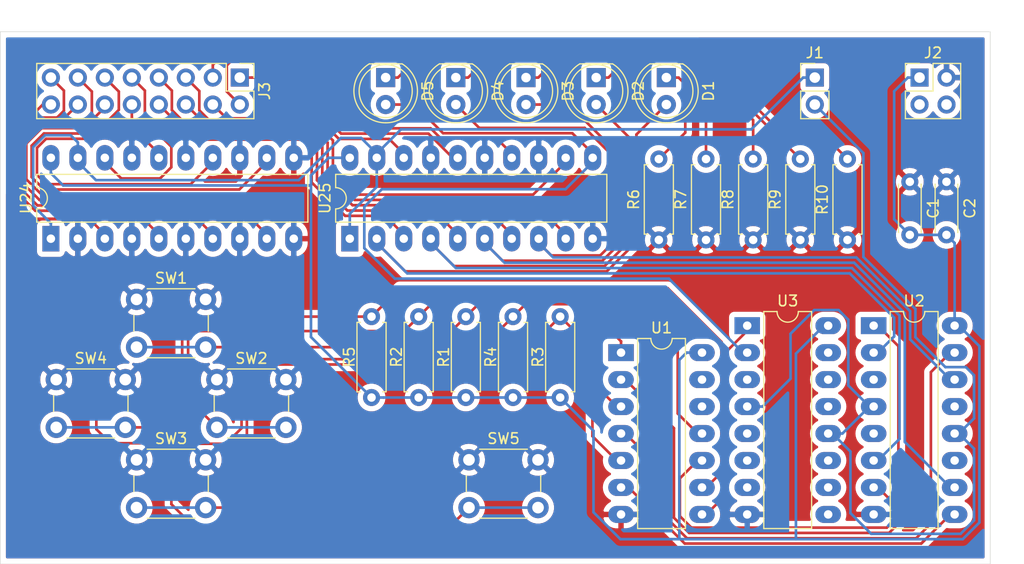
<source format=kicad_pcb>
(kicad_pcb (version 20171130) (host pcbnew "(5.1.4)-1")
  (layers (0 F.Cu signal) (31 B.Cu signal) (34 B.Paste user) (35 F.Paste user) (36 B.SilkS user) (37 F.SilkS user) (38 B.Mask user) (39 F.Mask user) (44 Edge.Cuts user))
  (net 0 "")
  (net 1 VCC)
  (net 2 GND)
  (net 3 /BUTTONS/D0)
  (net 4 "Net-(D1-Pad1)")
  (net 5 /BUTTONS/D1)
  (net 6 "Net-(D2-Pad1)")
  (net 7 /BUTTONS/D2)
  (net 8 "Net-(D3-Pad1)")
  (net 9 /BUTTONS/D3)
  (net 10 "Net-(D4-Pad1)")
  (net 11 /BUTTONS/D4)
  (net 12 "Net-(D5-Pad1)")
  (net 13 /BUTTONS/Clear)
  (net 14 /BUTTONS/~EO~)
  (net 15 "/CONN PWR/~CLK~")
  (net 16 "/CONN PWR/CLK")
  (net 17 "/CONN BUS/D15")
  (net 18 "/CONN BUS/D14")
  (net 19 "/CONN BUS/D13")
  (net 20 "/CONN BUS/D12")
  (net 21 "/CONN BUS/D11")
  (net 22 "/CONN BUS/D10")
  (net 23 "/CONN BUS/D9")
  (net 24 "/CONN BUS/D8")
  (net 25 "/CONN BUS/D7")
  (net 26 "/CONN BUS/D6")
  (net 27 "/CONN BUS/D5")
  (net 28 "/CONN BUS/D4")
  (net 29 "/CONN BUS/D3")
  (net 30 "/CONN BUS/D2")
  (net 31 "/CONN BUS/D1")
  (net 32 "/CONN BUS/D0")
  (net 33 "Net-(R1-Pad2)")
  (net 34 "Net-(R2-Pad2)")
  (net 35 "Net-(R3-Pad2)")
  (net 36 "Net-(R4-Pad2)")
  (net 37 "Net-(R5-Pad2)")
  (net 38 "Net-(U1-Pad6)")
  (net 39 "Net-(U1-Pad4)")
  (net 40 "Net-(U1-Pad10)")
  (net 41 "Net-(U1-Pad2)")
  (net 42 "Net-(U1-Pad8)")
  (net 43 "Net-(U2-Pad13)")
  (net 44 "Net-(U2-Pad5)")
  (net 45 "Net-(U2-Pad11)")
  (net 46 "Net-(U2-Pad3)")
  (net 47 "Net-(U3-Pad15)")
  (net 48 "Net-(U3-Pad7)")
  (net 49 "Net-(U3-Pad14)")
  (net 50 "Net-(U3-Pad6)")
  (net 51 "Net-(U3-Pad13)")
  (net 52 "Net-(U3-Pad5)")
  (net 53 "Net-(U3-Pad11)")
  (net 54 "Net-(U3-Pad3)")
  (net 55 "Net-(U3-Pad10)")
  (net 56 "Net-(U3-Pad9)")
  (module Package_DIP:DIP-14_W7.62mm_LongPads (layer F.Cu) (at 166.116 101.854)
    (fp_text reference U1 (at 3.81 -2.33) (layer F.SilkS))
    (fp_text value 74LS04)
    (pad 1 thru_hole rect (at 0 0) (size 2.4 1.6) (drill 0.8) (layers *.Cu *.Mask) (net 33 "Net-(R1-Pad2)"))
    (pad 8 thru_hole oval (at 7.62 15.24) (size 2.4 1.6) (drill 0.8) (layers *.Cu *.Mask) (net 42 "Net-(U1-Pad8)"))
    (pad 2 thru_hole oval (at 0 2.54) (size 2.4 1.6) (drill 0.8) (layers *.Cu *.Mask) (net 41 "Net-(U1-Pad2)"))
    (pad 9 thru_hole oval (at 7.62 12.7) (size 2.4 1.6) (drill 0.8) (layers *.Cu *.Mask) (net 37 "Net-(R5-Pad2)"))
    (pad 3 thru_hole oval (at 0 5.08) (size 2.4 1.6) (drill 0.8) (layers *.Cu *.Mask) (net 36 "Net-(R4-Pad2)"))
    (pad 10 thru_hole oval (at 7.62 10.16) (size 2.4 1.6) (drill 0.8) (layers *.Cu *.Mask) (net 40 "Net-(U1-Pad10)"))
    (pad 4 thru_hole oval (at 0 7.62) (size 2.4 1.6) (drill 0.8) (layers *.Cu *.Mask) (net 39 "Net-(U1-Pad4)"))
    (pad 11 thru_hole oval (at 7.62 7.62) (size 2.4 1.6) (drill 0.8) (layers *.Cu *.Mask) (net 34 "Net-(R2-Pad2)"))
    (pad 5 thru_hole oval (at 0 10.16) (size 2.4 1.6) (drill 0.8) (layers *.Cu *.Mask) (net 35 "Net-(R3-Pad2)"))
    (pad 12 thru_hole oval (at 7.62 5.08) (size 2.4 1.6) (drill 0.8) (layers *.Cu *.Mask))
    (pad 6 thru_hole oval (at 0 12.7) (size 2.4 1.6) (drill 0.8) (layers *.Cu *.Mask) (net 38 "Net-(U1-Pad6)"))
    (pad 13 thru_hole oval (at 7.62 2.54) (size 2.4 1.6) (drill 0.8) (layers *.Cu *.Mask))
    (pad 7 thru_hole oval (at 0 15.24) (size 2.4 1.6) (drill 0.8) (layers *.Cu *.Mask) (net 2 GND))
    (pad 14 thru_hole oval (at 7.62 0) (size 2.4 1.6) (drill 0.8) (layers *.Cu *.Mask) (net 1 VCC))
  )
  (module Connector_PinHeader_2.54mm:PinHeader_1x02_P2.54mm_Vertical (layer F.Cu) (at 184.3532 75.946)
    (fp_text reference J1 (at 0 -2.33) (layer F.SilkS))
    (fp_text value Conn_01x02)
    (pad 2 thru_hole oval (at 0 2.54) (size 1.7 1.7) (drill 1) (layers *.Cu *.Mask) (net 13 /BUTTONS/Clear))
    (pad 1 thru_hole rect (at 0 0) (size 1.7 1.7) (drill 1) (layers *.Cu *.Mask) (net 14 /BUTTONS/~EO~))
  )
  (module Package_DIP:DIP-20_W7.62mm_LongPads (layer F.Cu) (at 140.589 91.1225 90)
    (fp_text reference U25 (at 3.81 -2.33 90) (layer F.SilkS))
    (fp_text value 74LS244)
    (pad 1 thru_hole rect (at 0 0 90) (size 2.4 1.6) (drill 0.8) (layers *.Cu *.Mask) (net 14 /BUTTONS/~EO~))
    (pad 11 thru_hole oval (at 7.62 22.86 90) (size 2.4 1.6) (drill 0.8) (layers *.Cu *.Mask) (net 11 /BUTTONS/D4))
    (pad 2 thru_hole oval (at 0 2.54 90) (size 2.4 1.6) (drill 0.8) (layers *.Cu *.Mask) (net 3 /BUTTONS/D0))
    (pad 12 thru_hole oval (at 7.62 20.32 90) (size 2.4 1.6) (drill 0.8) (layers *.Cu *.Mask) (net 29 "/CONN BUS/D3"))
    (pad 3 thru_hole oval (at 0 5.08 90) (size 2.4 1.6) (drill 0.8) (layers *.Cu *.Mask) (net 25 "/CONN BUS/D7"))
    (pad 13 thru_hole oval (at 7.62 17.78 90) (size 2.4 1.6) (drill 0.8) (layers *.Cu *.Mask) (net 2 GND))
    (pad 4 thru_hole oval (at 0 7.62 90) (size 2.4 1.6) (drill 0.8) (layers *.Cu *.Mask) (net 5 /BUTTONS/D1))
    (pad 14 thru_hole oval (at 7.62 15.24 90) (size 2.4 1.6) (drill 0.8) (layers *.Cu *.Mask) (net 30 "/CONN BUS/D2"))
    (pad 5 thru_hole oval (at 0 10.16 90) (size 2.4 1.6) (drill 0.8) (layers *.Cu *.Mask) (net 26 "/CONN BUS/D6"))
    (pad 15 thru_hole oval (at 7.62 12.7 90) (size 2.4 1.6) (drill 0.8) (layers *.Cu *.Mask) (net 2 GND))
    (pad 6 thru_hole oval (at 0 12.7 90) (size 2.4 1.6) (drill 0.8) (layers *.Cu *.Mask) (net 7 /BUTTONS/D2))
    (pad 16 thru_hole oval (at 7.62 10.16 90) (size 2.4 1.6) (drill 0.8) (layers *.Cu *.Mask) (net 31 "/CONN BUS/D1"))
    (pad 7 thru_hole oval (at 0 15.24 90) (size 2.4 1.6) (drill 0.8) (layers *.Cu *.Mask) (net 27 "/CONN BUS/D5"))
    (pad 17 thru_hole oval (at 7.62 7.62 90) (size 2.4 1.6) (drill 0.8) (layers *.Cu *.Mask) (net 2 GND))
    (pad 8 thru_hole oval (at 0 17.78 90) (size 2.4 1.6) (drill 0.8) (layers *.Cu *.Mask) (net 9 /BUTTONS/D3))
    (pad 18 thru_hole oval (at 7.62 5.08 90) (size 2.4 1.6) (drill 0.8) (layers *.Cu *.Mask) (net 32 "/CONN BUS/D0"))
    (pad 9 thru_hole oval (at 0 20.32 90) (size 2.4 1.6) (drill 0.8) (layers *.Cu *.Mask) (net 28 "/CONN BUS/D4"))
    (pad 19 thru_hole oval (at 7.62 2.54 90) (size 2.4 1.6) (drill 0.8) (layers *.Cu *.Mask) (net 14 /BUTTONS/~EO~))
    (pad 10 thru_hole oval (at 0 22.86 90) (size 2.4 1.6) (drill 0.8) (layers *.Cu *.Mask) (net 2 GND))
    (pad 20 thru_hole oval (at 7.62 0 90) (size 2.4 1.6) (drill 0.8) (layers *.Cu *.Mask) (net 1 VCC))
  )
  (module Package_DIP:DIP-20_W7.62mm_LongPads (layer F.Cu) (at 112.4585 91.1225 90)
    (fp_text reference U24 (at 3.81 -2.33 90) (layer F.SilkS))
    (fp_text value 74LS244)
    (pad 20 thru_hole oval (at 7.62 0 90) (size 2.4 1.6) (drill 0.8) (layers *.Cu *.Mask) (net 1 VCC))
    (pad 10 thru_hole oval (at 0 22.86 90) (size 2.4 1.6) (drill 0.8) (layers *.Cu *.Mask) (net 2 GND))
    (pad 19 thru_hole oval (at 7.62 2.54 90) (size 2.4 1.6) (drill 0.8) (layers *.Cu *.Mask) (net 14 /BUTTONS/~EO~))
    (pad 9 thru_hole oval (at 0 20.32 90) (size 2.4 1.6) (drill 0.8) (layers *.Cu *.Mask) (net 20 "/CONN BUS/D12"))
    (pad 18 thru_hole oval (at 7.62 5.08 90) (size 2.4 1.6) (drill 0.8) (layers *.Cu *.Mask) (net 24 "/CONN BUS/D8"))
    (pad 8 thru_hole oval (at 0 17.78 90) (size 2.4 1.6) (drill 0.8) (layers *.Cu *.Mask) (net 2 GND))
    (pad 17 thru_hole oval (at 7.62 7.62 90) (size 2.4 1.6) (drill 0.8) (layers *.Cu *.Mask) (net 2 GND))
    (pad 7 thru_hole oval (at 0 15.24 90) (size 2.4 1.6) (drill 0.8) (layers *.Cu *.Mask) (net 19 "/CONN BUS/D13"))
    (pad 16 thru_hole oval (at 7.62 10.16 90) (size 2.4 1.6) (drill 0.8) (layers *.Cu *.Mask) (net 23 "/CONN BUS/D9"))
    (pad 6 thru_hole oval (at 0 12.7 90) (size 2.4 1.6) (drill 0.8) (layers *.Cu *.Mask) (net 2 GND))
    (pad 15 thru_hole oval (at 7.62 12.7 90) (size 2.4 1.6) (drill 0.8) (layers *.Cu *.Mask) (net 2 GND))
    (pad 5 thru_hole oval (at 0 10.16 90) (size 2.4 1.6) (drill 0.8) (layers *.Cu *.Mask) (net 18 "/CONN BUS/D14"))
    (pad 14 thru_hole oval (at 7.62 15.24 90) (size 2.4 1.6) (drill 0.8) (layers *.Cu *.Mask) (net 22 "/CONN BUS/D10"))
    (pad 4 thru_hole oval (at 0 7.62 90) (size 2.4 1.6) (drill 0.8) (layers *.Cu *.Mask) (net 2 GND))
    (pad 13 thru_hole oval (at 7.62 17.78 90) (size 2.4 1.6) (drill 0.8) (layers *.Cu *.Mask) (net 2 GND))
    (pad 3 thru_hole oval (at 0 5.08 90) (size 2.4 1.6) (drill 0.8) (layers *.Cu *.Mask) (net 17 "/CONN BUS/D15"))
    (pad 12 thru_hole oval (at 7.62 20.32 90) (size 2.4 1.6) (drill 0.8) (layers *.Cu *.Mask) (net 21 "/CONN BUS/D11"))
    (pad 2 thru_hole oval (at 0 2.54 90) (size 2.4 1.6) (drill 0.8) (layers *.Cu *.Mask) (net 2 GND))
    (pad 11 thru_hole oval (at 7.62 22.86 90) (size 2.4 1.6) (drill 0.8) (layers *.Cu *.Mask) (net 2 GND))
    (pad 1 thru_hole rect (at 0 0 90) (size 2.4 1.6) (drill 0.8) (layers *.Cu *.Mask) (net 14 /BUTTONS/~EO~))
  )
  (module Package_DIP:DIP-16_W7.62mm_LongPads (layer F.Cu) (at 177.9905 99.314)
    (fp_text reference U3 (at 3.81 -2.33) (layer F.SilkS))
    (fp_text value 74LS375)
    (pad 16 thru_hole oval (at 7.62 0) (size 2.4 1.6) (drill 0.8) (layers *.Cu *.Mask) (net 1 VCC))
    (pad 8 thru_hole oval (at 0 17.78) (size 2.4 1.6) (drill 0.8) (layers *.Cu *.Mask) (net 2 GND))
    (pad 15 thru_hole oval (at 7.62 2.54) (size 2.4 1.6) (drill 0.8) (layers *.Cu *.Mask) (net 47 "Net-(U3-Pad15)"))
    (pad 7 thru_hole oval (at 0 15.24) (size 2.4 1.6) (drill 0.8) (layers *.Cu *.Mask) (net 48 "Net-(U3-Pad7)"))
    (pad 14 thru_hole oval (at 7.62 5.08) (size 2.4 1.6) (drill 0.8) (layers *.Cu *.Mask) (net 49 "Net-(U3-Pad14)"))
    (pad 6 thru_hole oval (at 0 12.7) (size 2.4 1.6) (drill 0.8) (layers *.Cu *.Mask) (net 50 "Net-(U3-Pad6)"))
    (pad 13 thru_hole oval (at 7.62 7.62) (size 2.4 1.6) (drill 0.8) (layers *.Cu *.Mask) (net 51 "Net-(U3-Pad13)"))
    (pad 5 thru_hole oval (at 0 10.16) (size 2.4 1.6) (drill 0.8) (layers *.Cu *.Mask) (net 52 "Net-(U3-Pad5)"))
    (pad 12 thru_hole oval (at 7.62 10.16) (size 2.4 1.6) (drill 0.8) (layers *.Cu *.Mask) (net 13 /BUTTONS/Clear))
    (pad 4 thru_hole oval (at 0 7.62) (size 2.4 1.6) (drill 0.8) (layers *.Cu *.Mask) (net 13 /BUTTONS/Clear))
    (pad 11 thru_hole oval (at 7.62 12.7) (size 2.4 1.6) (drill 0.8) (layers *.Cu *.Mask) (net 53 "Net-(U3-Pad11)"))
    (pad 3 thru_hole oval (at 0 5.08) (size 2.4 1.6) (drill 0.8) (layers *.Cu *.Mask) (net 54 "Net-(U3-Pad3)"))
    (pad 10 thru_hole oval (at 7.62 15.24) (size 2.4 1.6) (drill 0.8) (layers *.Cu *.Mask) (net 55 "Net-(U3-Pad10)"))
    (pad 2 thru_hole oval (at 0 2.54) (size 2.4 1.6) (drill 0.8) (layers *.Cu *.Mask) (net 11 /BUTTONS/D4))
    (pad 9 thru_hole oval (at 7.62 17.78) (size 2.4 1.6) (drill 0.8) (layers *.Cu *.Mask) (net 56 "Net-(U3-Pad9)"))
    (pad 1 thru_hole rect (at 0 0) (size 2.4 1.6) (drill 0.8) (layers *.Cu *.Mask) (net 42 "Net-(U1-Pad8)"))
  )
  (module Package_DIP:DIP-16_W7.62mm_LongPads (layer F.Cu) (at 189.8904 99.314)
    (fp_text reference U2 (at 3.81 -2.33) (layer F.SilkS))
    (fp_text value 74LS375)
    (pad 16 thru_hole oval (at 7.62 0) (size 2.4 1.6) (drill 0.8) (layers *.Cu *.Mask) (net 1 VCC))
    (pad 8 thru_hole oval (at 0 17.78) (size 2.4 1.6) (drill 0.8) (layers *.Cu *.Mask) (net 2 GND))
    (pad 15 thru_hole oval (at 7.62 2.54) (size 2.4 1.6) (drill 0.8) (layers *.Cu *.Mask) (net 39 "Net-(U1-Pad4)"))
    (pad 7 thru_hole oval (at 0 15.24) (size 2.4 1.6) (drill 0.8) (layers *.Cu *.Mask) (net 40 "Net-(U1-Pad10)"))
    (pad 14 thru_hole oval (at 7.62 5.08) (size 2.4 1.6) (drill 0.8) (layers *.Cu *.Mask) (net 9 /BUTTONS/D3))
    (pad 6 thru_hole oval (at 0 12.7) (size 2.4 1.6) (drill 0.8) (layers *.Cu *.Mask) (net 5 /BUTTONS/D1))
    (pad 13 thru_hole oval (at 7.62 7.62) (size 2.4 1.6) (drill 0.8) (layers *.Cu *.Mask) (net 43 "Net-(U2-Pad13)"))
    (pad 5 thru_hole oval (at 0 10.16) (size 2.4 1.6) (drill 0.8) (layers *.Cu *.Mask) (net 44 "Net-(U2-Pad5)"))
    (pad 12 thru_hole oval (at 7.62 10.16) (size 2.4 1.6) (drill 0.8) (layers *.Cu *.Mask) (net 13 /BUTTONS/Clear))
    (pad 4 thru_hole oval (at 0 7.62) (size 2.4 1.6) (drill 0.8) (layers *.Cu *.Mask) (net 13 /BUTTONS/Clear))
    (pad 11 thru_hole oval (at 7.62 12.7) (size 2.4 1.6) (drill 0.8) (layers *.Cu *.Mask) (net 45 "Net-(U2-Pad11)"))
    (pad 3 thru_hole oval (at 0 5.08) (size 2.4 1.6) (drill 0.8) (layers *.Cu *.Mask) (net 46 "Net-(U2-Pad3)"))
    (pad 10 thru_hole oval (at 7.62 15.24) (size 2.4 1.6) (drill 0.8) (layers *.Cu *.Mask) (net 7 /BUTTONS/D2))
    (pad 2 thru_hole oval (at 0 2.54) (size 2.4 1.6) (drill 0.8) (layers *.Cu *.Mask) (net 3 /BUTTONS/D0))
    (pad 9 thru_hole oval (at 7.62 17.78) (size 2.4 1.6) (drill 0.8) (layers *.Cu *.Mask) (net 38 "Net-(U1-Pad6)"))
    (pad 1 thru_hole rect (at 0 0) (size 2.4 1.6) (drill 0.8) (layers *.Cu *.Mask) (net 41 "Net-(U1-Pad2)"))
  )
  (module Button_Switch_THT:SW_PUSH_6mm_H7.3mm (layer F.Cu) (at 151.8055 111.9505)
    (fp_text reference SW5 (at 3.25 -2) (layer F.SilkS))
    (fp_text value SW_Push)
    (pad 1 thru_hole circle (at 6.5 0 90) (size 2 2) (drill 1.1) (layers *.Cu *.Mask) (net 2 GND))
    (pad 2 thru_hole circle (at 6.5 4.5 90) (size 2 2) (drill 1.1) (layers *.Cu *.Mask) (net 37 "Net-(R5-Pad2)"))
    (pad 1 thru_hole circle (at 0 0 90) (size 2 2) (drill 1.1) (layers *.Cu *.Mask) (net 2 GND))
    (pad 2 thru_hole circle (at 0 4.5 90) (size 2 2) (drill 1.1) (layers *.Cu *.Mask) (net 37 "Net-(R5-Pad2)"))
  )
  (module Button_Switch_THT:SW_PUSH_6mm_H7.3mm (layer F.Cu) (at 112.9665 104.394)
    (fp_text reference SW4 (at 3.25 -2) (layer F.SilkS))
    (fp_text value SW_Push)
    (pad 2 thru_hole circle (at 0 4.5 90) (size 2 2) (drill 1.1) (layers *.Cu *.Mask) (net 36 "Net-(R4-Pad2)"))
    (pad 1 thru_hole circle (at 0 0 90) (size 2 2) (drill 1.1) (layers *.Cu *.Mask) (net 2 GND))
    (pad 2 thru_hole circle (at 6.5 4.5 90) (size 2 2) (drill 1.1) (layers *.Cu *.Mask) (net 36 "Net-(R4-Pad2)"))
    (pad 1 thru_hole circle (at 6.5 0 90) (size 2 2) (drill 1.1) (layers *.Cu *.Mask) (net 2 GND))
  )
  (module Button_Switch_THT:SW_PUSH_6mm_H7.3mm (layer F.Cu) (at 120.523 111.9505)
    (fp_text reference SW3 (at 3.25 -2) (layer F.SilkS))
    (fp_text value SW_Push)
    (pad 2 thru_hole circle (at 0 4.5 90) (size 2 2) (drill 1.1) (layers *.Cu *.Mask) (net 35 "Net-(R3-Pad2)"))
    (pad 1 thru_hole circle (at 0 0 90) (size 2 2) (drill 1.1) (layers *.Cu *.Mask) (net 2 GND))
    (pad 2 thru_hole circle (at 6.5 4.5 90) (size 2 2) (drill 1.1) (layers *.Cu *.Mask) (net 35 "Net-(R3-Pad2)"))
    (pad 1 thru_hole circle (at 6.5 0 90) (size 2 2) (drill 1.1) (layers *.Cu *.Mask) (net 2 GND))
  )
  (module Button_Switch_THT:SW_PUSH_6mm_H7.3mm (layer F.Cu) (at 128.0795 104.394)
    (fp_text reference SW2 (at 3.25 -2) (layer F.SilkS))
    (fp_text value SW_Push)
    (pad 2 thru_hole circle (at 0 4.5 90) (size 2 2) (drill 1.1) (layers *.Cu *.Mask) (net 34 "Net-(R2-Pad2)"))
    (pad 1 thru_hole circle (at 0 0 90) (size 2 2) (drill 1.1) (layers *.Cu *.Mask) (net 2 GND))
    (pad 2 thru_hole circle (at 6.5 4.5 90) (size 2 2) (drill 1.1) (layers *.Cu *.Mask) (net 34 "Net-(R2-Pad2)"))
    (pad 1 thru_hole circle (at 6.5 0 90) (size 2 2) (drill 1.1) (layers *.Cu *.Mask) (net 2 GND))
  )
  (module Button_Switch_THT:SW_PUSH_6mm_H7.3mm (layer F.Cu) (at 120.523 96.8375)
    (fp_text reference SW1 (at 3.25 -2) (layer F.SilkS))
    (fp_text value SW_Push)
    (pad 1 thru_hole circle (at 6.5 0 90) (size 2 2) (drill 1.1) (layers *.Cu *.Mask) (net 2 GND))
    (pad 2 thru_hole circle (at 6.5 4.5 90) (size 2 2) (drill 1.1) (layers *.Cu *.Mask) (net 33 "Net-(R1-Pad2)"))
    (pad 1 thru_hole circle (at 0 0 90) (size 2 2) (drill 1.1) (layers *.Cu *.Mask) (net 2 GND))
    (pad 2 thru_hole circle (at 0 4.5 90) (size 2 2) (drill 1.1) (layers *.Cu *.Mask) (net 33 "Net-(R1-Pad2)"))
  )
  (module Resistor_THT:R_Axial_DIN0207_L6.3mm_D2.5mm_P7.62mm_Horizontal (layer F.Cu) (at 187.4266 91.2368 90)
    (fp_text reference R10 (at 3.81 -2.37 90) (layer F.SilkS))
    (fp_text value 5k)
    (pad 2 thru_hole oval (at 7.62 0 90) (size 1.6 1.6) (drill 0.8) (layers *.Cu *.Mask) (net 12 "Net-(D5-Pad1)"))
    (pad 1 thru_hole circle (at 0 0 90) (size 1.6 1.6) (drill 0.8) (layers *.Cu *.Mask) (net 2 GND))
  )
  (module Resistor_THT:R_Axial_DIN0207_L6.3mm_D2.5mm_P7.62mm_Horizontal (layer F.Cu) (at 182.9885 91.2368 90)
    (fp_text reference R9 (at 3.81 -2.37 90) (layer F.SilkS))
    (fp_text value 5k)
    (pad 2 thru_hole oval (at 7.62 0 90) (size 1.6 1.6) (drill 0.8) (layers *.Cu *.Mask) (net 10 "Net-(D4-Pad1)"))
    (pad 1 thru_hole circle (at 0 0 90) (size 1.6 1.6) (drill 0.8) (layers *.Cu *.Mask) (net 2 GND))
  )
  (module Resistor_THT:R_Axial_DIN0207_L6.3mm_D2.5mm_P7.62mm_Horizontal (layer F.Cu) (at 178.5504 91.2368 90)
    (fp_text reference R8 (at 3.81 -2.37 90) (layer F.SilkS))
    (fp_text value 5k)
    (pad 2 thru_hole oval (at 7.62 0 90) (size 1.6 1.6) (drill 0.8) (layers *.Cu *.Mask) (net 8 "Net-(D3-Pad1)"))
    (pad 1 thru_hole circle (at 0 0 90) (size 1.6 1.6) (drill 0.8) (layers *.Cu *.Mask) (net 2 GND))
  )
  (module Resistor_THT:R_Axial_DIN0207_L6.3mm_D2.5mm_P7.62mm_Horizontal (layer F.Cu) (at 174.1123 91.2368 90)
    (fp_text reference R7 (at 3.81 -2.37 90) (layer F.SilkS))
    (fp_text value 5k)
    (pad 2 thru_hole oval (at 7.62 0 90) (size 1.6 1.6) (drill 0.8) (layers *.Cu *.Mask) (net 6 "Net-(D2-Pad1)"))
    (pad 1 thru_hole circle (at 0 0 90) (size 1.6 1.6) (drill 0.8) (layers *.Cu *.Mask) (net 2 GND))
  )
  (module Resistor_THT:R_Axial_DIN0207_L6.3mm_D2.5mm_P7.62mm_Horizontal (layer F.Cu) (at 169.6742 91.2368 90)
    (fp_text reference R6 (at 3.81 -2.37 90) (layer F.SilkS))
    (fp_text value 5k)
    (pad 2 thru_hole oval (at 7.62 0 90) (size 1.6 1.6) (drill 0.8) (layers *.Cu *.Mask) (net 4 "Net-(D1-Pad1)"))
    (pad 1 thru_hole circle (at 0 0 90) (size 1.6 1.6) (drill 0.8) (layers *.Cu *.Mask) (net 2 GND))
  )
  (module Resistor_THT:R_Axial_DIN0207_L6.3mm_D2.5mm_P7.62mm_Horizontal (layer F.Cu) (at 142.6359 106.0831 90)
    (fp_text reference R5 (at 3.81 -2.0955 90) (layer F.SilkS))
    (fp_text value 5k)
    (pad 2 thru_hole oval (at 7.62 0 90) (size 1.6 1.6) (drill 0.8) (layers *.Cu *.Mask) (net 37 "Net-(R5-Pad2)"))
    (pad 1 thru_hole circle (at 0 0 90) (size 1.6 1.6) (drill 0.8) (layers *.Cu *.Mask) (net 1 VCC))
  )
  (module Resistor_THT:R_Axial_DIN0207_L6.3mm_D2.5mm_P7.62mm_Horizontal (layer F.Cu) (at 155.9502 106.0831 90)
    (fp_text reference R4 (at 3.81 -2.0955 90) (layer F.SilkS))
    (fp_text value 5k)
    (pad 2 thru_hole oval (at 7.62 0 90) (size 1.6 1.6) (drill 0.8) (layers *.Cu *.Mask) (net 36 "Net-(R4-Pad2)"))
    (pad 1 thru_hole circle (at 0 0 90) (size 1.6 1.6) (drill 0.8) (layers *.Cu *.Mask) (net 1 VCC))
  )
  (module Resistor_THT:R_Axial_DIN0207_L6.3mm_D2.5mm_P7.62mm_Horizontal (layer F.Cu) (at 160.3883 106.0831 90)
    (fp_text reference R3 (at 3.81 -2.0955 90) (layer F.SilkS))
    (fp_text value 5k)
    (pad 2 thru_hole oval (at 7.62 0 90) (size 1.6 1.6) (drill 0.8) (layers *.Cu *.Mask) (net 35 "Net-(R3-Pad2)"))
    (pad 1 thru_hole circle (at 0 0 90) (size 1.6 1.6) (drill 0.8) (layers *.Cu *.Mask) (net 1 VCC))
  )
  (module Resistor_THT:R_Axial_DIN0207_L6.3mm_D2.5mm_P7.62mm_Horizontal (layer F.Cu) (at 147.074 106.0831 90)
    (fp_text reference R2 (at 3.81 -2.0955 90) (layer F.SilkS))
    (fp_text value 5k)
    (pad 2 thru_hole oval (at 7.62 0 90) (size 1.6 1.6) (drill 0.8) (layers *.Cu *.Mask) (net 34 "Net-(R2-Pad2)"))
    (pad 1 thru_hole circle (at 0 0 90) (size 1.6 1.6) (drill 0.8) (layers *.Cu *.Mask) (net 1 VCC))
  )
  (module Resistor_THT:R_Axial_DIN0207_L6.3mm_D2.5mm_P7.62mm_Horizontal (layer F.Cu) (at 151.5121 106.0831 90)
    (fp_text reference R1 (at 3.81 -2.0955 90) (layer F.SilkS))
    (fp_text value 5k)
    (pad 2 thru_hole oval (at 7.62 0 90) (size 1.6 1.6) (drill 0.8) (layers *.Cu *.Mask) (net 33 "Net-(R1-Pad2)"))
    (pad 1 thru_hole circle (at 0 0 90) (size 1.6 1.6) (drill 0.8) (layers *.Cu *.Mask) (net 1 VCC))
  )
  (module Connector_PinHeader_2.54mm:PinHeader_2x08_P2.54mm_Vertical (layer F.Cu) (at 130.2385 75.946 270)
    (fp_text reference J3 (at 1.27 -2.33 90) (layer F.SilkS))
    (fp_text value Conn_02x08_Odd_Even)
    (pad 16 thru_hole oval (at 2.54 17.78 270) (size 1.7 1.7) (drill 1) (layers *.Cu *.Mask) (net 17 "/CONN BUS/D15"))
    (pad 15 thru_hole oval (at 0 17.78 270) (size 1.7 1.7) (drill 1) (layers *.Cu *.Mask) (net 18 "/CONN BUS/D14"))
    (pad 14 thru_hole oval (at 2.54 15.24 270) (size 1.7 1.7) (drill 1) (layers *.Cu *.Mask) (net 19 "/CONN BUS/D13"))
    (pad 13 thru_hole oval (at 0 15.24 270) (size 1.7 1.7) (drill 1) (layers *.Cu *.Mask) (net 20 "/CONN BUS/D12"))
    (pad 12 thru_hole oval (at 2.54 12.7 270) (size 1.7 1.7) (drill 1) (layers *.Cu *.Mask) (net 21 "/CONN BUS/D11"))
    (pad 11 thru_hole oval (at 0 12.7 270) (size 1.7 1.7) (drill 1) (layers *.Cu *.Mask) (net 22 "/CONN BUS/D10"))
    (pad 10 thru_hole oval (at 2.54 10.16 270) (size 1.7 1.7) (drill 1) (layers *.Cu *.Mask) (net 23 "/CONN BUS/D9"))
    (pad 9 thru_hole oval (at 0 10.16 270) (size 1.7 1.7) (drill 1) (layers *.Cu *.Mask) (net 24 "/CONN BUS/D8"))
    (pad 8 thru_hole oval (at 2.54 7.62 270) (size 1.7 1.7) (drill 1) (layers *.Cu *.Mask) (net 25 "/CONN BUS/D7"))
    (pad 7 thru_hole oval (at 0 7.62 270) (size 1.7 1.7) (drill 1) (layers *.Cu *.Mask) (net 26 "/CONN BUS/D6"))
    (pad 6 thru_hole oval (at 2.54 5.08 270) (size 1.7 1.7) (drill 1) (layers *.Cu *.Mask) (net 27 "/CONN BUS/D5"))
    (pad 5 thru_hole oval (at 0 5.08 270) (size 1.7 1.7) (drill 1) (layers *.Cu *.Mask) (net 28 "/CONN BUS/D4"))
    (pad 4 thru_hole oval (at 2.54 2.54 270) (size 1.7 1.7) (drill 1) (layers *.Cu *.Mask) (net 29 "/CONN BUS/D3"))
    (pad 3 thru_hole oval (at 0 2.54 270) (size 1.7 1.7) (drill 1) (layers *.Cu *.Mask) (net 30 "/CONN BUS/D2"))
    (pad 2 thru_hole oval (at 2.54 0 270) (size 1.7 1.7) (drill 1) (layers *.Cu *.Mask) (net 31 "/CONN BUS/D1"))
    (pad 1 thru_hole rect (at 0 0 270) (size 1.7 1.7) (drill 1) (layers *.Cu *.Mask) (net 32 "/CONN BUS/D0"))
  )
  (module Connector_PinHeader_2.54mm:PinHeader_2x02_P2.54mm_Vertical (layer F.Cu) (at 194.2084 75.946)
    (fp_text reference J2 (at 1.27 -2.33) (layer F.SilkS))
    (fp_text value Conn_02x02_Odd_Even)
    (pad 4 thru_hole oval (at 2.54 2.54) (size 1.7 1.7) (drill 1) (layers *.Cu *.Mask) (net 15 "/CONN PWR/~CLK~"))
    (pad 3 thru_hole oval (at 0 2.54) (size 1.7 1.7) (drill 1) (layers *.Cu *.Mask) (net 16 "/CONN PWR/CLK"))
    (pad 2 thru_hole oval (at 2.54 0) (size 1.7 1.7) (drill 1) (layers *.Cu *.Mask) (net 2 GND))
    (pad 1 thru_hole rect (at 0 0) (size 1.7 1.7) (drill 1) (layers *.Cu *.Mask) (net 1 VCC))
  )
  (module LED_THT:LED_D5.0mm (layer F.Cu) (at 143.9672 75.946 270)
    (fp_text reference D5 (at 1.27 -3.96 90) (layer F.SilkS))
    (fp_text value LED_ALT)
    (pad 2 thru_hole circle (at 2.54 0 270) (size 1.8 1.8) (drill 0.9) (layers *.Cu *.Mask) (net 11 /BUTTONS/D4))
    (pad 1 thru_hole rect (at 0 0 270) (size 1.8 1.8) (drill 0.9) (layers *.Cu *.Mask) (net 12 "Net-(D5-Pad1)"))
  )
  (module LED_THT:LED_D5.0mm (layer F.Cu) (at 150.5712 75.946 270)
    (fp_text reference D4 (at 1.27 -3.96 90) (layer F.SilkS))
    (fp_text value LED_ALT)
    (pad 2 thru_hole circle (at 2.54 0 270) (size 1.8 1.8) (drill 0.9) (layers *.Cu *.Mask) (net 9 /BUTTONS/D3))
    (pad 1 thru_hole rect (at 0 0 270) (size 1.8 1.8) (drill 0.9) (layers *.Cu *.Mask) (net 10 "Net-(D4-Pad1)"))
  )
  (module LED_THT:LED_D5.0mm (layer F.Cu) (at 157.1752 75.946 270)
    (fp_text reference D3 (at 1.27 -3.96 90) (layer F.SilkS))
    (fp_text value LED_ALT)
    (pad 2 thru_hole circle (at 2.54 0 270) (size 1.8 1.8) (drill 0.9) (layers *.Cu *.Mask) (net 7 /BUTTONS/D2))
    (pad 1 thru_hole rect (at 0 0 270) (size 1.8 1.8) (drill 0.9) (layers *.Cu *.Mask) (net 8 "Net-(D3-Pad1)"))
  )
  (module LED_THT:LED_D5.0mm (layer F.Cu) (at 163.7792 75.946 270)
    (fp_text reference D2 (at 1.27 -3.96 90) (layer F.SilkS))
    (fp_text value LED_ALT)
    (pad 2 thru_hole circle (at 2.54 0 270) (size 1.8 1.8) (drill 0.9) (layers *.Cu *.Mask) (net 5 /BUTTONS/D1))
    (pad 1 thru_hole rect (at 0 0 270) (size 1.8 1.8) (drill 0.9) (layers *.Cu *.Mask) (net 6 "Net-(D2-Pad1)"))
  )
  (module LED_THT:LED_D5.0mm (layer F.Cu) (at 170.3832 75.946 270)
    (fp_text reference D1 (at 1.27 -3.96 90) (layer F.SilkS))
    (fp_text value LED_ALT)
    (pad 2 thru_hole circle (at 2.54 0 270) (size 1.8 1.8) (drill 0.9) (layers *.Cu *.Mask) (net 3 /BUTTONS/D0))
    (pad 1 thru_hole rect (at 0 0 270) (size 1.8 1.8) (drill 0.9) (layers *.Cu *.Mask) (net 4 "Net-(D1-Pad1)"))
  )
  (module Capacitor_THT:C_Disc_D4.3mm_W1.9mm_P5.00mm (layer F.Cu) (at 196.744 85.7631 270)
    (fp_text reference C2 (at 2.5 -2.2 90) (layer F.SilkS))
    (fp_text value 0.1µF)
    (pad 2 thru_hole circle (at 5 0 270) (size 1.6 1.6) (drill 0.8) (layers *.Cu *.Mask) (net 1 VCC))
    (pad 1 thru_hole circle (at 0 0 270) (size 1.6 1.6) (drill 0.8) (layers *.Cu *.Mask) (net 2 GND))
  )
  (module Capacitor_THT:C_Disc_D4.3mm_W1.9mm_P5.00mm (layer F.Cu) (at 193.294 85.7631 270)
    (fp_text reference C1 (at 2.5 -2.2 90) (layer F.SilkS))
    (fp_text value 0.1µF)
    (pad 2 thru_hole circle (at 5 0 270) (size 1.6 1.6) (drill 0.8) (layers *.Cu *.Mask) (net 1 VCC))
    (pad 1 thru_hole circle (at 0 0 270) (size 1.6 1.6) (drill 0.8) (layers *.Cu *.Mask) (net 2 GND))
  )
  (gr_line (start 107.696 71.628) (end 200.8632 71.628) (layer Edge.Cuts) (width 0.05))
  (gr_line (start 107.696 121.7676) (end 107.696 71.628) (layer Edge.Cuts) (width 0.05))
  (gr_line (start 200.8632 121.7676) (end 107.696 121.7676) (layer Edge.Cuts) (width 0.05))
  (gr_line (start 200.8632 71.628) (end 200.8632 121.7676) (layer Edge.Cuts) (width 0.05))
  (segment (start 143.76727 106.0831) (end 147.074 106.0831) (width 0.25) (layer B.Cu) (net 1))
  (segment (start 142.6359 106.0831) (end 143.76727 106.0831) (width 0.25) (layer B.Cu) (net 1))
  (segment (start 148.20537 106.0831) (end 151.5121 106.0831) (width 0.25) (layer B.Cu) (net 1))
  (segment (start 147.074 106.0831) (end 148.20537 106.0831) (width 0.25) (layer B.Cu) (net 1))
  (segment (start 152.64347 106.0831) (end 155.9502 106.0831) (width 0.25) (layer B.Cu) (net 1))
  (segment (start 151.5121 106.0831) (end 152.64347 106.0831) (width 0.25) (layer B.Cu) (net 1))
  (segment (start 155.9502 106.0831) (end 160.3883 106.0831) (width 0.25) (layer B.Cu) (net 1))
  (segment (start 197.5104 91.5295) (end 196.744 90.7631) (width 0.25) (layer B.Cu) (net 1))
  (segment (start 197.5104 99.314) (end 197.5104 91.5295) (width 0.25) (layer B.Cu) (net 1))
  (segment (start 194.42537 90.7631) (end 196.744 90.7631) (width 0.25) (layer B.Cu) (net 1))
  (segment (start 193.294 90.7631) (end 194.42537 90.7631) (width 0.25) (layer B.Cu) (net 1))
  (segment (start 112.4585 84.9525) (end 113.612 86.106) (width 0.25) (layer B.Cu) (net 1))
  (segment (start 112.4585 83.5025) (end 112.4585 84.9525) (width 0.25) (layer B.Cu) (net 1))
  (segment (start 136.7536 86.106) (end 136.9355 86.106) (width 0.25) (layer B.Cu) (net 1))
  (segment (start 113.612 86.106) (end 136.7536 86.106) (width 0.25) (layer B.Cu) (net 1))
  (segment (start 172.286 101.854) (end 171.6024 102.5376) (width 0.25) (layer B.Cu) (net 1))
  (segment (start 173.736 101.854) (end 172.286 101.854) (width 0.25) (layer B.Cu) (net 1))
  (segment (start 193.1084 75.946) (end 194.2084 75.946) (width 0.25) (layer B.Cu) (net 1))
  (segment (start 191.8208 77.2336) (end 193.1084 75.946) (width 0.25) (layer B.Cu) (net 1))
  (segment (start 193.294 90.7631) (end 191.8208 89.2899) (width 0.25) (layer B.Cu) (net 1))
  (segment (start 191.8208 89.2899) (end 191.8208 77.2336) (width 0.25) (layer B.Cu) (net 1))
  (segment (start 136.9355 100.3827) (end 137.9104 101.3576) (width 0.25) (layer B.Cu) (net 1))
  (segment (start 136.9355 86.106) (end 136.9355 100.3827) (width 0.25) (layer B.Cu) (net 1))
  (segment (start 137.9104 101.3576) (end 142.6359 106.0831) (width 0.25) (layer B.Cu) (net 1))
  (segment (start 136.9355 85.1621) (end 138.5951 83.5025) (width 0.25) (layer B.Cu) (net 1))
  (segment (start 136.9355 86.106) (end 136.9355 85.1621) (width 0.25) (layer B.Cu) (net 1))
  (segment (start 138.5951 83.5025) (end 140.589 83.5025) (width 0.25) (layer B.Cu) (net 1))
  (segment (start 199.839211 117.859911) (end 199.839211 101.242811) (width 0.25) (layer B.Cu) (net 1))
  (segment (start 197.9104 99.314) (end 197.5104 99.314) (width 0.25) (layer B.Cu) (net 1))
  (segment (start 199.839211 101.242811) (end 197.9104 99.314) (width 0.25) (layer B.Cu) (net 1))
  (segment (start 198.905361 118.793761) (end 198.27631 119.42281) (width 0.25) (layer B.Cu) (net 1))
  (segment (start 198.905361 118.793761) (end 199.839211 117.859911) (width 0.25) (layer B.Cu) (net 1))
  (segment (start 171.6024 119.38) (end 171.55959 119.42281) (width 0.25) (layer B.Cu) (net 1))
  (segment (start 171.6024 102.5376) (end 171.6024 119.38) (width 0.25) (layer B.Cu) (net 1))
  (segment (start 182.5752 119.41482) (end 182.56721 119.42281) (width 0.25) (layer B.Cu) (net 1))
  (segment (start 182.5752 101.9493) (end 182.5752 119.41482) (width 0.25) (layer B.Cu) (net 1))
  (segment (start 185.2105 99.314) (end 182.5752 101.9493) (width 0.25) (layer B.Cu) (net 1))
  (segment (start 185.6105 99.314) (end 185.2105 99.314) (width 0.25) (layer B.Cu) (net 1))
  (segment (start 198.27631 119.42281) (end 182.56721 119.42281) (width 0.25) (layer B.Cu) (net 1))
  (segment (start 182.56721 119.42281) (end 171.55959 119.42281) (width 0.25) (layer B.Cu) (net 1))
  (segment (start 163.5252 109.22) (end 160.3883 106.0831) (width 0.25) (layer B.Cu) (net 1))
  (segment (start 163.5252 116.8908) (end 163.5252 109.22) (width 0.25) (layer B.Cu) (net 1))
  (segment (start 166.05721 119.42281) (end 163.5252 116.8908) (width 0.25) (layer B.Cu) (net 1))
  (segment (start 171.55959 119.42281) (end 166.05721 119.42281) (width 0.25) (layer B.Cu) (net 1))
  (segment (start 169.483201 79.385999) (end 170.3832 78.486) (width 0.25) (layer F.Cu) (net 3))
  (segment (start 167.565233 81.303967) (end 169.483201 79.385999) (width 0.25) (layer F.Cu) (net 3))
  (segment (start 167.565233 91.413167) (end 167.565233 81.303967) (width 0.25) (layer F.Cu) (net 3))
  (segment (start 164.78086 94.19754) (end 167.565233 91.413167) (width 0.25) (layer F.Cu) (net 3))
  (segment (start 145.80404 94.19754) (end 164.78086 94.19754) (width 0.25) (layer F.Cu) (net 3))
  (segment (start 143.129 91.5225) (end 145.80404 94.19754) (width 0.25) (layer F.Cu) (net 3))
  (segment (start 143.129 91.1225) (end 143.129 91.5225) (width 0.25) (layer F.Cu) (net 3))
  (segment (start 143.129 91.5225) (end 143.129 91.1225) (width 0.25) (layer B.Cu) (net 3))
  (segment (start 145.9929 94.3864) (end 143.129 91.5225) (width 0.25) (layer B.Cu) (net 3))
  (segment (start 187.637799 94.386401) (end 145.9929 94.3864) (width 0.25) (layer B.Cu) (net 3))
  (segment (start 191.8208 98.569402) (end 187.637799 94.386401) (width 0.25) (layer B.Cu) (net 3))
  (segment (start 190.2904 101.854) (end 191.8208 100.3236) (width 0.25) (layer B.Cu) (net 3))
  (segment (start 189.8904 101.854) (end 190.2904 101.854) (width 0.25) (layer B.Cu) (net 3))
  (segment (start 191.8208 100.3236) (end 191.8208 98.569402) (width 0.25) (layer B.Cu) (net 3))
  (segment (start 171.5332 75.946) (end 172.1612 76.574) (width 0.25) (layer F.Cu) (net 4))
  (segment (start 170.3832 75.946) (end 171.5332 75.946) (width 0.25) (layer F.Cu) (net 4))
  (segment (start 172.1612 81.1298) (end 169.6742 83.6168) (width 0.25) (layer F.Cu) (net 4))
  (segment (start 172.1612 76.574) (end 172.1612 81.1298) (width 0.25) (layer F.Cu) (net 4))
  (segment (start 167.065222 81.772022) (end 167.065222 91.206056) (width 0.25) (layer F.Cu) (net 5))
  (segment (start 163.7792 78.486) (end 167.065222 81.772022) (width 0.25) (layer F.Cu) (net 5))
  (segment (start 167.065222 91.206056) (end 164.573749 93.697529) (width 0.25) (layer F.Cu) (net 5))
  (segment (start 148.209 91.5225) (end 148.209 91.1225) (width 0.25) (layer F.Cu) (net 5))
  (segment (start 150.384029 93.697529) (end 148.209 91.5225) (width 0.25) (layer F.Cu) (net 5))
  (segment (start 164.573749 93.697529) (end 150.384029 93.697529) (width 0.25) (layer F.Cu) (net 5))
  (segment (start 192.320811 109.983589) (end 190.2904 112.014) (width 0.25) (layer B.Cu) (net 5))
  (segment (start 187.844911 93.886391) (end 192.320811 98.362291) (width 0.25) (layer B.Cu) (net 5))
  (segment (start 148.209 91.5225) (end 150.57289 93.88639) (width 0.25) (layer B.Cu) (net 5))
  (segment (start 148.209 91.1225) (end 148.209 91.5225) (width 0.25) (layer B.Cu) (net 5))
  (segment (start 192.320811 98.362291) (end 192.320811 109.983589) (width 0.25) (layer B.Cu) (net 5))
  (segment (start 190.2904 112.014) (end 189.8904 112.014) (width 0.25) (layer B.Cu) (net 5))
  (segment (start 150.57289 93.88639) (end 187.844911 93.886391) (width 0.25) (layer B.Cu) (net 5))
  (segment (start 174.1123 83.6168) (end 174.1123 76.2207) (width 0.25) (layer F.Cu) (net 6))
  (segment (start 174.1123 76.2207) (end 172.1612 74.2696) (width 0.25) (layer F.Cu) (net 6))
  (segment (start 164.9292 75.946) (end 163.7792 75.946) (width 0.25) (layer F.Cu) (net 6))
  (segment (start 166.6056 74.2696) (end 164.9292 75.946) (width 0.25) (layer F.Cu) (net 6))
  (segment (start 172.1612 74.2696) (end 166.6056 74.2696) (width 0.25) (layer F.Cu) (net 6))
  (segment (start 161.201335 78.486) (end 158.447992 78.486) (width 0.25) (layer F.Cu) (net 7))
  (segment (start 158.447992 78.486) (end 157.1752 78.486) (width 0.25) (layer F.Cu) (net 7))
  (segment (start 164.366638 93.197518) (end 166.565211 90.998945) (width 0.25) (layer F.Cu) (net 7))
  (segment (start 166.565211 90.998945) (end 166.565211 83.849876) (width 0.25) (layer F.Cu) (net 7))
  (segment (start 166.565211 83.849876) (end 161.201335 78.486) (width 0.25) (layer F.Cu) (net 7))
  (segment (start 153.289 91.5225) (end 154.964018 93.197518) (width 0.25) (layer F.Cu) (net 7))
  (segment (start 154.964018 93.197518) (end 164.366638 93.197518) (width 0.25) (layer F.Cu) (net 7))
  (segment (start 153.289 91.1225) (end 153.289 91.5225) (width 0.25) (layer F.Cu) (net 7))
  (segment (start 192.820822 110.264422) (end 197.1104 114.554) (width 0.25) (layer B.Cu) (net 7))
  (segment (start 197.1104 114.554) (end 197.5104 114.554) (width 0.25) (layer B.Cu) (net 7))
  (segment (start 192.820822 98.15518) (end 192.820822 110.264422) (width 0.25) (layer B.Cu) (net 7))
  (segment (start 188.052023 93.386381) (end 192.820822 98.15518) (width 0.25) (layer B.Cu) (net 7))
  (segment (start 155.152881 93.386381) (end 188.052023 93.386381) (width 0.25) (layer B.Cu) (net 7))
  (segment (start 153.289 91.1225) (end 153.289 91.5225) (width 0.25) (layer B.Cu) (net 7))
  (segment (start 153.289 91.5225) (end 155.152881 93.386381) (width 0.25) (layer B.Cu) (net 7))
  (segment (start 158.3252 75.946) (end 157.1752 75.946) (width 0.25) (layer F.Cu) (net 8))
  (segment (start 160.50161 73.76959) (end 158.3252 75.946) (width 0.25) (layer F.Cu) (net 8))
  (segment (start 172.36831 73.76959) (end 160.50161 73.76959) (width 0.25) (layer F.Cu) (net 8))
  (segment (start 178.5504 79.95168) (end 172.36831 73.76959) (width 0.25) (layer F.Cu) (net 8))
  (segment (start 178.5504 83.6168) (end 178.5504 79.95168) (width 0.25) (layer F.Cu) (net 8))
  (segment (start 152.771578 80.686378) (end 162.694591 80.686378) (width 0.25) (layer F.Cu) (net 9))
  (segment (start 166.0652 84.056987) (end 166.0652 90.791834) (width 0.25) (layer F.Cu) (net 9))
  (segment (start 166.0652 90.791834) (end 164.159527 92.697507) (width 0.25) (layer F.Cu) (net 9))
  (segment (start 158.369 91.5225) (end 158.369 91.1225) (width 0.25) (layer F.Cu) (net 9))
  (segment (start 162.694591 80.686378) (end 166.0652 84.056987) (width 0.25) (layer F.Cu) (net 9))
  (segment (start 164.159527 92.697507) (end 159.544007 92.697507) (width 0.25) (layer F.Cu) (net 9))
  (segment (start 159.544007 92.697507) (end 158.369 91.5225) (width 0.25) (layer F.Cu) (net 9))
  (segment (start 150.5712 78.486) (end 152.771578 80.686378) (width 0.25) (layer F.Cu) (net 9))
  (segment (start 193.320832 97.94807) (end 193.320832 100.604432) (width 0.25) (layer B.Cu) (net 9))
  (segment (start 188.259135 92.886371) (end 193.320832 97.94807) (width 0.25) (layer B.Cu) (net 9))
  (segment (start 158.369 91.1225) (end 158.369 91.5225) (width 0.25) (layer B.Cu) (net 9))
  (segment (start 197.1104 104.394) (end 197.5104 104.394) (width 0.25) (layer B.Cu) (net 9))
  (segment (start 193.320832 100.604432) (end 197.1104 104.394) (width 0.25) (layer B.Cu) (net 9))
  (segment (start 158.369 91.5225) (end 159.732871 92.886371) (width 0.25) (layer B.Cu) (net 9))
  (segment (start 159.732871 92.886371) (end 188.259135 92.886371) (width 0.25) (layer B.Cu) (net 9))
  (segment (start 151.7212 75.946) (end 150.5712 75.946) (width 0.25) (layer F.Cu) (net 10))
  (segment (start 154.39762 73.26958) (end 151.7212 75.946) (width 0.25) (layer F.Cu) (net 10))
  (segment (start 172.64128 73.26958) (end 154.39762 73.26958) (width 0.25) (layer F.Cu) (net 10))
  (segment (start 182.9885 83.6168) (end 172.64128 73.26958) (width 0.25) (layer F.Cu) (net 10))
  (segment (start 163.449 83.1025) (end 163.449 83.5025) (width 0.25) (layer F.Cu) (net 11))
  (segment (start 149.368848 81.186389) (end 161.532889 81.186389) (width 0.25) (layer F.Cu) (net 11))
  (segment (start 161.532889 81.186389) (end 163.449 83.1025) (width 0.25) (layer F.Cu) (net 11))
  (segment (start 146.668459 78.486) (end 149.368848 81.186389) (width 0.25) (layer F.Cu) (net 11))
  (segment (start 143.9672 78.486) (end 146.668459 78.486) (width 0.25) (layer F.Cu) (net 11))
  (segment (start 163.449 83.9025) (end 163.449 83.5025) (width 0.25) (layer B.Cu) (net 11))
  (segment (start 143.607522 86.4616) (end 160.8899 86.4616) (width 0.25) (layer B.Cu) (net 11))
  (segment (start 177.5905 101.854) (end 170.62291 94.88641) (width 0.25) (layer B.Cu) (net 11))
  (segment (start 177.9905 101.854) (end 177.5905 101.854) (width 0.25) (layer B.Cu) (net 11))
  (segment (start 160.8899 86.4616) (end 163.449 83.9025) (width 0.25) (layer B.Cu) (net 11))
  (segment (start 170.62291 94.88641) (end 144.831196 94.88641) (width 0.25) (layer B.Cu) (net 11))
  (segment (start 144.831196 94.88641) (end 141.95399 92.009205) (width 0.25) (layer B.Cu) (net 11))
  (segment (start 141.95399 92.009205) (end 141.95399 88.115132) (width 0.25) (layer B.Cu) (net 11))
  (segment (start 141.95399 88.115132) (end 143.607522 86.4616) (width 0.25) (layer B.Cu) (net 11))
  (segment (start 185.8518 82.042) (end 187.4266 83.6168) (width 0.25) (layer F.Cu) (net 12))
  (segment (start 182.12082 82.042) (end 185.8518 82.042) (width 0.25) (layer F.Cu) (net 12))
  (segment (start 172.84839 72.76957) (end 182.12082 82.042) (width 0.25) (layer F.Cu) (net 12))
  (segment (start 148.29363 72.76957) (end 172.84839 72.76957) (width 0.25) (layer F.Cu) (net 12))
  (segment (start 143.9672 75.946) (end 145.1172 75.946) (width 0.25) (layer F.Cu) (net 12))
  (segment (start 145.1172 75.946) (end 148.29363 72.76957) (width 0.25) (layer F.Cu) (net 12))
  (segment (start 186.0105 109.474) (end 185.6105 109.474) (width 0.25) (layer B.Cu) (net 13))
  (segment (start 197.9104 109.474) (end 197.5104 109.474) (width 0.25) (layer B.Cu) (net 13))
  (segment (start 188.9252 83.058) (end 184.3532 78.486) (width 0.25) (layer B.Cu) (net 13))
  (segment (start 188.9252 92.845316) (end 188.9252 83.058) (width 0.25) (layer B.Cu) (net 13))
  (segment (start 193.820842 97.740958) (end 188.9252 92.845316) (width 0.25) (layer B.Cu) (net 13))
  (segment (start 196.64251 103.21899) (end 193.820842 100.397322) (width 0.25) (layer B.Cu) (net 13))
  (segment (start 198.57059 103.21899) (end 196.64251 103.21899) (width 0.25) (layer B.Cu) (net 13))
  (segment (start 199.3392 103.9876) (end 198.57059 103.21899) (width 0.25) (layer B.Cu) (net 13))
  (segment (start 199.3392 108.0452) (end 199.3392 103.9876) (width 0.25) (layer B.Cu) (net 13))
  (segment (start 193.820842 100.397322) (end 193.820842 97.740958) (width 0.25) (layer B.Cu) (net 13))
  (segment (start 197.9104 109.474) (end 199.3392 108.0452) (width 0.25) (layer B.Cu) (net 13))
  (segment (start 187.706 111.1695) (end 186.0105 109.474) (width 0.25) (layer B.Cu) (net 13))
  (segment (start 199.3392 110.9028) (end 199.3392 117.6528) (width 0.25) (layer B.Cu) (net 13))
  (segment (start 197.9104 109.474) (end 199.3392 110.9028) (width 0.25) (layer B.Cu) (net 13))
  (segment (start 199.3392 117.6528) (end 198.0692 118.9228) (width 0.25) (layer B.Cu) (net 13))
  (segment (start 198.0692 118.9228) (end 189.657485 118.9228) (width 0.25) (layer B.Cu) (net 13))
  (segment (start 189.657485 118.9228) (end 187.706 116.971315) (width 0.25) (layer B.Cu) (net 13))
  (segment (start 187.706 116.971315) (end 187.706 111.1695) (width 0.25) (layer B.Cu) (net 13))
  (segment (start 189.4904 106.934) (end 189.8904 106.934) (width 0.25) (layer B.Cu) (net 13))
  (segment (start 188.4404 107.984) (end 189.4904 106.934) (width 0.25) (layer B.Cu) (net 13))
  (segment (start 185.6105 109.474) (end 186.9504 109.474) (width 0.25) (layer B.Cu) (net 13))
  (segment (start 186.9504 109.474) (end 188.4404 107.984) (width 0.25) (layer B.Cu) (net 13))
  (segment (start 179.4405 106.934) (end 177.9905 106.934) (width 0.25) (layer B.Cu) (net 13))
  (segment (start 182.0672 104.3073) (end 179.4405 106.934) (width 0.25) (layer B.Cu) (net 13))
  (segment (start 189.4904 106.934) (end 187.5028 104.9464) (width 0.25) (layer B.Cu) (net 13))
  (segment (start 187.5028 98.7552) (end 186.5884 97.8408) (width 0.25) (layer B.Cu) (net 13))
  (segment (start 187.5028 104.9464) (end 187.5028 98.7552) (width 0.25) (layer B.Cu) (net 13))
  (segment (start 186.5884 97.8408) (end 184.3024 97.8408) (width 0.25) (layer B.Cu) (net 13))
  (segment (start 184.3024 97.8408) (end 182.0672 100.076) (width 0.25) (layer B.Cu) (net 13))
  (segment (start 182.0672 100.076) (end 182.0672 104.3073) (width 0.25) (layer B.Cu) (net 13))
  (segment (start 143.129 83.1025) (end 145.4087 80.8228) (width 0.25) (layer B.Cu) (net 14))
  (segment (start 183.2532 75.946) (end 184.3532 75.946) (width 0.25) (layer B.Cu) (net 14))
  (segment (start 178.3764 80.8228) (end 183.2532 75.946) (width 0.25) (layer B.Cu) (net 14))
  (segment (start 145.4087 80.8228) (end 178.3764 80.8228) (width 0.25) (layer B.Cu) (net 14))
  (segment (start 143.129 83.1025) (end 143.129 83.5025) (width 0.25) (layer B.Cu) (net 14))
  (segment (start 112.4585 89.6725) (end 112.4585 91.1225) (width 0.25) (layer B.Cu) (net 14))
  (segment (start 114.9985 82.0525) (end 114.3276 81.3816) (width 0.25) (layer B.Cu) (net 14))
  (segment (start 114.9985 83.5025) (end 114.9985 82.0525) (width 0.25) (layer B.Cu) (net 14))
  (segment (start 114.3276 81.3816) (end 111.9124 81.3816) (width 0.25) (layer B.Cu) (net 14))
  (segment (start 110.7948 82.4992) (end 110.7948 88.0088) (width 0.25) (layer B.Cu) (net 14))
  (segment (start 111.9124 81.3816) (end 110.7948 82.4992) (width 0.25) (layer B.Cu) (net 14))
  (segment (start 110.7948 88.0088) (end 112.4585 89.6725) (width 0.25) (layer B.Cu) (net 14))
  (segment (start 141.6621 81.6356) (end 143.129 83.1025) (width 0.25) (layer B.Cu) (net 14))
  (segment (start 139.754878 81.6356) (end 141.6621 81.6356) (width 0.25) (layer B.Cu) (net 14))
  (segment (start 135.784488 85.60599) (end 139.754878 81.6356) (width 0.25) (layer B.Cu) (net 14))
  (segment (start 116.70199 85.60599) (end 135.784488 85.60599) (width 0.25) (layer B.Cu) (net 14))
  (segment (start 114.9985 83.5025) (end 114.9985 83.9025) (width 0.25) (layer B.Cu) (net 14))
  (segment (start 114.9985 83.9025) (end 116.70199 85.60599) (width 0.25) (layer B.Cu) (net 14))
  (segment (start 143.129 86.233) (end 143.129 83.5025) (width 0.25) (layer B.Cu) (net 14))
  (segment (start 140.589 88.773) (end 143.129 86.233) (width 0.25) (layer B.Cu) (net 14))
  (segment (start 140.589 91.1225) (end 140.589 88.773) (width 0.25) (layer B.Cu) (net 14))
  (segment (start 117.5385 90.7225) (end 117.5385 91.1225) (width 0.25) (layer F.Cu) (net 17))
  (segment (start 115.303044 88.487044) (end 117.5385 90.7225) (width 0.25) (layer F.Cu) (net 17))
  (segment (start 110.986434 88.487044) (end 115.303044 88.487044) (width 0.25) (layer F.Cu) (net 17))
  (segment (start 108.6485 86.14911) (end 110.986434 88.487044) (width 0.25) (layer F.Cu) (net 17))
  (segment (start 108.6485 81.534) (end 108.6485 86.14911) (width 0.25) (layer F.Cu) (net 17))
  (segment (start 111.6965 78.486) (end 108.6485 81.534) (width 0.25) (layer F.Cu) (net 17))
  (segment (start 112.4585 78.486) (end 111.6965 78.486) (width 0.25) (layer F.Cu) (net 17))
  (segment (start 109.148511 81.741111) (end 109.148511 85.941999) (width 0.25) (layer F.Cu) (net 18))
  (segment (start 113.683501 79.074001) (end 113.046501 79.711001) (width 0.25) (layer F.Cu) (net 18))
  (segment (start 112.4585 75.946) (end 113.683501 77.171001) (width 0.25) (layer F.Cu) (net 18))
  (segment (start 113.046501 79.711001) (end 111.178621 79.711001) (width 0.25) (layer F.Cu) (net 18))
  (segment (start 113.683501 77.171001) (end 113.683501 79.074001) (width 0.25) (layer F.Cu) (net 18))
  (segment (start 111.178621 79.711001) (end 109.148511 81.741111) (width 0.25) (layer F.Cu) (net 18))
  (segment (start 109.148511 85.941999) (end 111.193545 87.987033) (width 0.25) (layer F.Cu) (net 18))
  (segment (start 111.193545 87.987033) (end 119.883033 87.987033) (width 0.25) (layer F.Cu) (net 18))
  (segment (start 119.883033 87.987033) (end 122.6185 90.7225) (width 0.25) (layer F.Cu) (net 18))
  (segment (start 122.6185 90.7225) (end 122.6185 91.1225) (width 0.25) (layer F.Cu) (net 18))
  (segment (start 114.9985 78.486) (end 113.273488 80.211012) (width 0.25) (layer F.Cu) (net 19))
  (segment (start 113.273488 80.211012) (end 111.385732 80.211012) (width 0.25) (layer F.Cu) (net 19))
  (segment (start 111.385732 80.211012) (end 109.648522 81.948222) (width 0.25) (layer F.Cu) (net 19))
  (segment (start 109.648522 81.948222) (end 109.648522 85.734888) (width 0.25) (layer F.Cu) (net 19))
  (segment (start 109.648522 85.734888) (end 111.400656 87.487022) (width 0.25) (layer F.Cu) (net 19))
  (segment (start 111.400656 87.487022) (end 124.463022 87.487022) (width 0.25) (layer F.Cu) (net 19))
  (segment (start 124.463022 87.487022) (end 127.6985 90.7225) (width 0.25) (layer F.Cu) (net 19))
  (segment (start 127.6985 90.7225) (end 127.6985 91.1225) (width 0.25) (layer F.Cu) (net 19))
  (segment (start 110.148533 85.527777) (end 111.607767 86.987011) (width 0.25) (layer F.Cu) (net 20))
  (segment (start 110.148533 82.155333) (end 110.148533 85.527777) (width 0.25) (layer F.Cu) (net 20))
  (segment (start 111.592843 80.711023) (end 110.148533 82.155333) (width 0.25) (layer F.Cu) (net 20))
  (segment (start 114.868975 80.711023) (end 111.592843 80.711023) (width 0.25) (layer F.Cu) (net 20))
  (segment (start 114.9985 75.946) (end 116.313499 77.260999) (width 0.25) (layer F.Cu) (net 20))
  (segment (start 111.607767 86.987011) (end 129.043011 86.987011) (width 0.25) (layer F.Cu) (net 20))
  (segment (start 116.313499 77.260999) (end 116.313499 79.266499) (width 0.25) (layer F.Cu) (net 20))
  (segment (start 116.313499 79.266499) (end 114.868975 80.711023) (width 0.25) (layer F.Cu) (net 20))
  (segment (start 129.043011 86.987011) (end 132.7785 90.7225) (width 0.25) (layer F.Cu) (net 20))
  (segment (start 132.7785 90.7225) (end 132.7785 91.1225) (width 0.25) (layer F.Cu) (net 20))
  (segment (start 117.5385 78.74862) (end 117.5385 78.486) (width 0.25) (layer F.Cu) (net 21))
  (segment (start 115.076086 81.211034) (end 117.5385 78.74862) (width 0.25) (layer F.Cu) (net 21))
  (segment (start 111.799954 81.211034) (end 115.076086 81.211034) (width 0.25) (layer F.Cu) (net 21))
  (segment (start 110.648544 85.320666) (end 110.648544 82.362444) (width 0.25) (layer F.Cu) (net 21))
  (segment (start 132.7785 83.9025) (end 130.194 86.487) (width 0.25) (layer F.Cu) (net 21))
  (segment (start 130.194 86.487) (end 111.814878 86.487) (width 0.25) (layer F.Cu) (net 21))
  (segment (start 132.7785 83.5025) (end 132.7785 83.9025) (width 0.25) (layer F.Cu) (net 21))
  (segment (start 111.814878 86.487) (end 110.648544 85.320666) (width 0.25) (layer F.Cu) (net 21))
  (segment (start 110.648544 82.362444) (end 111.799954 81.211034) (width 0.25) (layer F.Cu) (net 21))
  (segment (start 118.388499 76.795999) (end 117.5385 75.946) (width 0.25) (layer F.Cu) (net 22))
  (segment (start 118.853499 77.260999) (end 118.388499 76.795999) (width 0.25) (layer F.Cu) (net 22))
  (segment (start 118.853499 78.984003) (end 118.853499 77.260999) (width 0.25) (layer F.Cu) (net 22))
  (segment (start 116.126459 81.711043) (end 118.853499 78.984003) (width 0.25) (layer F.Cu) (net 22))
  (segment (start 127.6985 83.9025) (end 125.614011 85.986989) (width 0.25) (layer F.Cu) (net 22))
  (segment (start 111.148555 82.569555) (end 112.007065 81.711045) (width 0.25) (layer F.Cu) (net 22))
  (segment (start 127.6985 83.5025) (end 127.6985 83.9025) (width 0.25) (layer F.Cu) (net 22))
  (segment (start 125.614011 85.986989) (end 112.021989 85.986989) (width 0.25) (layer F.Cu) (net 22))
  (segment (start 111.148555 85.113555) (end 111.148555 82.569555) (width 0.25) (layer F.Cu) (net 22))
  (segment (start 112.021989 85.986989) (end 111.148555 85.113555) (width 0.25) (layer F.Cu) (net 22))
  (segment (start 112.007065 81.711045) (end 116.126459 81.711043) (width 0.25) (layer F.Cu) (net 22))
  (segment (start 120.0785 79.688081) (end 120.0785 78.486) (width 0.25) (layer F.Cu) (net 23))
  (segment (start 120.0785 80.5625) (end 120.0785 79.688081) (width 0.25) (layer F.Cu) (net 23))
  (segment (start 122.6185 83.1025) (end 120.0785 80.5625) (width 0.25) (layer F.Cu) (net 23))
  (segment (start 122.6185 83.5025) (end 122.6185 83.1025) (width 0.25) (layer F.Cu) (net 23))
  (segment (start 117.5385 83.9025) (end 117.5385 83.5025) (width 0.25) (layer F.Cu) (net 24))
  (segment (start 121.303501 77.171001) (end 121.303501 79.965001) (width 0.25) (layer F.Cu) (net 24))
  (segment (start 120.0785 75.946) (end 121.303501 77.171001) (width 0.25) (layer F.Cu) (net 24))
  (segment (start 121.303501 79.965001) (end 123.79351 82.45501) (width 0.25) (layer F.Cu) (net 24))
  (segment (start 123.79351 82.45501) (end 123.79351 84.389205) (width 0.25) (layer F.Cu) (net 24))
  (segment (start 119.0816 85.4456) (end 117.5385 83.9025) (width 0.25) (layer F.Cu) (net 24))
  (segment (start 123.79351 84.389205) (end 122.737115 85.4456) (width 0.25) (layer F.Cu) (net 24))
  (segment (start 122.737115 85.4456) (end 119.0816 85.4456) (width 0.25) (layer F.Cu) (net 24))
  (segment (start 125.9205 81.788) (end 122.6185 78.486) (width 0.25) (layer F.Cu) (net 25))
  (segment (start 136.0932 81.788) (end 125.9205 81.788) (width 0.25) (layer F.Cu) (net 25))
  (segment (start 145.669 91.1225) (end 145.669 90.7225) (width 0.25) (layer F.Cu) (net 25))
  (segment (start 145.669 90.7225) (end 143.916143 88.969643) (width 0.25) (layer F.Cu) (net 25))
  (segment (start 140.150643 88.969643) (end 137.00146 85.82046) (width 0.25) (layer F.Cu) (net 25))
  (segment (start 143.916143 88.969643) (end 140.150643 88.969643) (width 0.25) (layer F.Cu) (net 25))
  (segment (start 137.00146 85.82046) (end 137.00146 82.69626) (width 0.25) (layer F.Cu) (net 25))
  (segment (start 137.00146 82.69626) (end 136.0932 81.788) (width 0.25) (layer F.Cu) (net 25))
  (segment (start 122.6185 75.946) (end 123.843501 77.171001) (width 0.25) (layer F.Cu) (net 26))
  (segment (start 137.501471 82.489149) (end 137.501472 85.61335) (width 0.25) (layer F.Cu) (net 26))
  (segment (start 148.496133 88.469633) (end 150.749 90.7225) (width 0.25) (layer F.Cu) (net 26))
  (segment (start 150.749 90.7225) (end 150.749 91.1225) (width 0.25) (layer F.Cu) (net 26))
  (segment (start 123.843501 79.003879) (end 126.127611 81.287989) (width 0.25) (layer F.Cu) (net 26))
  (segment (start 140.357755 88.469633) (end 148.496133 88.469633) (width 0.25) (layer F.Cu) (net 26))
  (segment (start 126.127611 81.287989) (end 136.300314 81.287992) (width 0.25) (layer F.Cu) (net 26))
  (segment (start 137.501472 85.61335) (end 140.357755 88.469633) (width 0.25) (layer F.Cu) (net 26))
  (segment (start 123.843501 77.171001) (end 123.843501 79.003879) (width 0.25) (layer F.Cu) (net 26))
  (segment (start 136.300314 81.287992) (end 137.501471 82.489149) (width 0.25) (layer F.Cu) (net 26))
  (segment (start 125.1585 78.486) (end 127.460478 80.787978) (width 0.25) (layer F.Cu) (net 27))
  (segment (start 127.460478 80.787978) (end 136.507426 80.787982) (width 0.25) (layer F.Cu) (net 27))
  (segment (start 140.84788 87.969622) (end 153.076122 87.969622) (width 0.25) (layer F.Cu) (net 27))
  (segment (start 153.076122 87.969622) (end 155.829 90.7225) (width 0.25) (layer F.Cu) (net 27))
  (segment (start 155.829 90.7225) (end 155.829 91.1225) (width 0.25) (layer F.Cu) (net 27))
  (segment (start 138.001482 82.282038) (end 138.001482 85.123224) (width 0.25) (layer F.Cu) (net 27))
  (segment (start 136.507426 80.787982) (end 138.001482 82.282038) (width 0.25) (layer F.Cu) (net 27))
  (segment (start 138.001482 85.123224) (end 140.84788 87.969622) (width 0.25) (layer F.Cu) (net 27))
  (segment (start 160.909 90.7225) (end 160.909 91.1225) (width 0.25) (layer F.Cu) (net 28))
  (segment (start 127.687465 80.287967) (end 136.714533 80.287967) (width 0.25) (layer F.Cu) (net 28))
  (segment (start 141.054991 87.469611) (end 157.656111 87.469611) (width 0.25) (layer F.Cu) (net 28))
  (segment (start 136.714533 80.287967) (end 138.501493 82.074927) (width 0.25) (layer F.Cu) (net 28))
  (segment (start 138.501494 84.916114) (end 141.054991 87.469611) (width 0.25) (layer F.Cu) (net 28))
  (segment (start 138.501493 82.074927) (end 138.501494 84.916114) (width 0.25) (layer F.Cu) (net 28))
  (segment (start 126.4285 79.029002) (end 127.687465 80.287967) (width 0.25) (layer F.Cu) (net 28))
  (segment (start 157.656111 87.469611) (end 160.909 90.7225) (width 0.25) (layer F.Cu) (net 28))
  (segment (start 126.4285 77.216) (end 126.4285 79.029002) (width 0.25) (layer F.Cu) (net 28))
  (segment (start 125.1585 75.946) (end 126.4285 77.216) (width 0.25) (layer F.Cu) (net 28))
  (segment (start 160.909 83.9025) (end 160.909 83.5025) (width 0.25) (layer F.Cu) (net 29))
  (segment (start 157.8419 86.9696) (end 160.909 83.9025) (width 0.25) (layer F.Cu) (net 29))
  (segment (start 141.262102 86.9696) (end 157.8419 86.9696) (width 0.25) (layer F.Cu) (net 29))
  (segment (start 127.6985 78.486) (end 129.000456 79.787956) (width 0.25) (layer F.Cu) (net 29))
  (segment (start 136.464792 79.787955) (end 136.718605 79.78796) (width 0.25) (layer F.Cu) (net 29))
  (segment (start 129.000456 79.787956) (end 136.464792 79.787955) (width 0.25) (layer F.Cu) (net 29))
  (segment (start 136.718605 79.78796) (end 136.921648 79.78796) (width 0.25) (layer F.Cu) (net 29))
  (segment (start 136.921648 79.78796) (end 139.001504 81.867816) (width 0.25) (layer F.Cu) (net 29))
  (segment (start 139.001504 81.867816) (end 139.001504 84.709002) (width 0.25) (layer F.Cu) (net 29))
  (segment (start 139.001504 84.709002) (end 141.262102 86.9696) (width 0.25) (layer F.Cu) (net 29))
  (segment (start 127.6985 74.743919) (end 127.6985 75.946) (width 0.25) (layer F.Cu) (net 30))
  (segment (start 128.723629 73.71879) (end 127.6985 74.743919) (width 0.25) (layer F.Cu) (net 30))
  (segment (start 132.973844 73.71879) (end 128.723629 73.71879) (width 0.25) (layer F.Cu) (net 30))
  (segment (start 149.161737 81.6864) (end 148.199816 80.724479) (width 0.25) (layer F.Cu) (net 30))
  (segment (start 155.829 83.1025) (end 154.4129 81.6864) (width 0.25) (layer F.Cu) (net 30))
  (segment (start 155.829 83.5025) (end 155.829 83.1025) (width 0.25) (layer F.Cu) (net 30))
  (segment (start 148.199816 80.724479) (end 139.979533 80.724479) (width 0.25) (layer F.Cu) (net 30))
  (segment (start 154.4129 81.6864) (end 149.161737 81.6864) (width 0.25) (layer F.Cu) (net 30))
  (segment (start 139.979533 80.724479) (end 132.973844 73.71879) (width 0.25) (layer F.Cu) (net 30))
  (segment (start 132.766732 74.2188) (end 129.590698 74.2188) (width 0.25) (layer F.Cu) (net 31))
  (segment (start 129.590698 74.2188) (end 129.013499 74.795999) (width 0.25) (layer F.Cu) (net 31))
  (segment (start 150.270715 83.5025) (end 147.992705 81.22449) (width 0.25) (layer F.Cu) (net 31))
  (segment (start 129.013499 74.795999) (end 129.013499 77.260999) (width 0.25) (layer F.Cu) (net 31))
  (segment (start 139.772421 81.224489) (end 132.766732 74.2188) (width 0.25) (layer F.Cu) (net 31))
  (segment (start 129.013499 77.260999) (end 129.388501 77.636001) (width 0.25) (layer F.Cu) (net 31))
  (segment (start 147.992705 81.22449) (end 139.772421 81.224489) (width 0.25) (layer F.Cu) (net 31))
  (segment (start 129.388501 77.636001) (end 130.2385 78.486) (width 0.25) (layer F.Cu) (net 31))
  (segment (start 150.749 83.5025) (end 150.270715 83.5025) (width 0.25) (layer F.Cu) (net 31))
  (segment (start 145.669 83.1025) (end 144.291 81.7245) (width 0.25) (layer F.Cu) (net 32))
  (segment (start 139.56531 81.7245) (end 133.78681 75.946) (width 0.25) (layer F.Cu) (net 32))
  (segment (start 131.3385 75.946) (end 130.2385 75.946) (width 0.25) (layer F.Cu) (net 32))
  (segment (start 133.78681 75.946) (end 131.3385 75.946) (width 0.25) (layer F.Cu) (net 32))
  (segment (start 144.291 81.7245) (end 139.56531 81.7245) (width 0.25) (layer F.Cu) (net 32))
  (segment (start 145.669 83.5025) (end 145.669 83.1025) (width 0.25) (layer F.Cu) (net 32))
  (segment (start 148.6377 101.3375) (end 127.023 101.3375) (width 0.25) (layer F.Cu) (net 33))
  (segment (start 151.5121 98.4631) (end 148.6377 101.3375) (width 0.25) (layer F.Cu) (net 33))
  (segment (start 120.523 101.3375) (end 127.023 101.3375) (width 0.25) (layer B.Cu) (net 33))
  (segment (start 153.187111 96.788089) (end 162.112811 96.788089) (width 0.25) (layer F.Cu) (net 33))
  (segment (start 162.112811 96.788089) (end 166.116 100.791278) (width 0.25) (layer F.Cu) (net 33))
  (segment (start 166.116 100.804) (end 166.116 101.854) (width 0.25) (layer F.Cu) (net 33))
  (segment (start 151.5121 98.4631) (end 153.187111 96.788089) (width 0.25) (layer F.Cu) (net 33))
  (segment (start 166.116 100.791278) (end 166.116 100.804) (width 0.25) (layer F.Cu) (net 33))
  (segment (start 128.0795 108.894) (end 134.5795 108.894) (width 0.25) (layer B.Cu) (net 34))
  (segment (start 173.336 109.474) (end 173.736 109.474) (width 0.25) (layer F.Cu) (net 34))
  (segment (start 171.45 107.588) (end 173.336 109.474) (width 0.25) (layer F.Cu) (net 34))
  (segment (start 171.45 97.4344) (end 171.45 107.588) (width 0.25) (layer F.Cu) (net 34))
  (segment (start 170.303679 96.288079) (end 171.45 97.4344) (width 0.25) (layer F.Cu) (net 34))
  (segment (start 147.074 98.4631) (end 149.249021 96.288079) (width 0.25) (layer F.Cu) (net 34))
  (segment (start 149.249021 96.288079) (end 170.303679 96.288079) (width 0.25) (layer F.Cu) (net 34))
  (segment (start 145.7151 99.822) (end 147.074 98.4631) (width 0.25) (layer F.Cu) (net 34))
  (segment (start 125.3744 100.5332) (end 126.0856 99.822) (width 0.25) (layer F.Cu) (net 34))
  (segment (start 128.0795 108.894) (end 125.3744 106.1889) (width 0.25) (layer F.Cu) (net 34))
  (segment (start 126.0856 99.822) (end 145.7151 99.822) (width 0.25) (layer F.Cu) (net 34))
  (segment (start 125.3744 106.1889) (end 125.3744 100.5332) (width 0.25) (layer F.Cu) (net 34))
  (segment (start 166.116 112.014) (end 165.716 112.014) (width 0.25) (layer F.Cu) (net 35))
  (segment (start 120.523 116.4505) (end 127.023 116.4505) (width 0.25) (layer B.Cu) (net 35))
  (segment (start 165.716 112.014) (end 163.4236 109.7216) (width 0.25) (layer F.Cu) (net 35))
  (segment (start 163.4236 101.4984) (end 160.3883 98.4631) (width 0.25) (layer F.Cu) (net 35))
  (segment (start 163.4236 109.7216) (end 163.4236 101.4984) (width 0.25) (layer F.Cu) (net 35))
  (segment (start 129.3199 116.4505) (end 127.023 116.4505) (width 0.25) (layer F.Cu) (net 35))
  (segment (start 130.90361 114.86679) (end 129.3199 116.4505) (width 0.25) (layer F.Cu) (net 35))
  (segment (start 130.90361 104.39791) (end 130.90361 114.86679) (width 0.25) (layer F.Cu) (net 35))
  (segment (start 132.32992 102.9716) (end 130.90361 104.39791) (width 0.25) (layer F.Cu) (net 35))
  (segment (start 155.8798 102.9716) (end 132.32992 102.9716) (width 0.25) (layer F.Cu) (net 35))
  (segment (start 160.3883 98.4631) (end 155.8798 102.9716) (width 0.25) (layer F.Cu) (net 35))
  (segment (start 119.4665 108.894) (end 112.9665 108.894) (width 0.25) (layer B.Cu) (net 36))
  (segment (start 165.716 106.934) (end 166.116 106.934) (width 0.25) (layer F.Cu) (net 36))
  (segment (start 163.9316 105.1496) (end 165.716 106.934) (width 0.25) (layer F.Cu) (net 36))
  (segment (start 163.9316 99.314) (end 163.9316 105.1496) (width 0.25) (layer F.Cu) (net 36))
  (segment (start 161.905699 97.288099) (end 163.9316 99.314) (width 0.25) (layer F.Cu) (net 36))
  (segment (start 155.9502 98.4631) (end 157.125201 97.288099) (width 0.25) (layer F.Cu) (net 36))
  (segment (start 157.125201 97.288099) (end 161.905699 97.288099) (width 0.25) (layer F.Cu) (net 36))
  (segment (start 122.61 108.894) (end 119.4665 108.894) (width 0.25) (layer F.Cu) (net 36))
  (segment (start 124.1552 110.4392) (end 122.61 108.894) (width 0.25) (layer F.Cu) (net 36))
  (segment (start 151.94171 102.47159) (end 132.12281 102.47159) (width 0.25) (layer F.Cu) (net 36))
  (segment (start 155.9502 98.4631) (end 151.94171 102.47159) (width 0.25) (layer F.Cu) (net 36))
  (segment (start 130.4036 104.1908) (end 130.4036 108.966) (width 0.25) (layer F.Cu) (net 36))
  (segment (start 130.4036 108.966) (end 128.9304 110.4392) (width 0.25) (layer F.Cu) (net 36))
  (segment (start 132.12281 102.47159) (end 130.4036 104.1908) (width 0.25) (layer F.Cu) (net 36))
  (segment (start 128.9304 110.4392) (end 124.1552 110.4392) (width 0.25) (layer F.Cu) (net 36))
  (segment (start 151.8055 116.4505) (end 158.3055 116.4505) (width 0.25) (layer B.Cu) (net 37))
  (segment (start 145.310931 95.788069) (end 142.6359 98.4631) (width 0.25) (layer F.Cu) (net 37))
  (segment (start 170.514869 95.788069) (end 145.310931 95.788069) (width 0.25) (layer F.Cu) (net 37))
  (segment (start 175.5648 100.838) (end 170.514869 95.788069) (width 0.25) (layer F.Cu) (net 37))
  (segment (start 175.5648 113.1252) (end 175.5648 100.838) (width 0.25) (layer F.Cu) (net 37))
  (segment (start 173.736 114.554) (end 174.136 114.554) (width 0.25) (layer F.Cu) (net 37))
  (segment (start 174.136 114.554) (end 175.5648 113.1252) (width 0.25) (layer F.Cu) (net 37))
  (segment (start 150.805501 117.450499) (end 151.8055 116.4505) (width 0.25) (layer F.Cu) (net 37))
  (segment (start 149.9428 118.3132) (end 150.805501 117.450499) (width 0.25) (layer F.Cu) (net 37))
  (segment (start 123.39728 110.3884) (end 123.7996 110.79072) (width 0.25) (layer F.Cu) (net 37))
  (segment (start 118.0592 110.3884) (end 123.39728 110.3884) (width 0.25) (layer F.Cu) (net 37))
  (segment (start 123.7996 116.1288) (end 125.984 118.3132) (width 0.25) (layer F.Cu) (net 37))
  (segment (start 116.7384 107.2896) (end 116.7384 109.0676) (width 0.25) (layer F.Cu) (net 37))
  (segment (start 126.737378 98.4631) (end 124.8156 100.384878) (width 0.25) (layer F.Cu) (net 37))
  (segment (start 116.7384 109.0676) (end 118.0592 110.3884) (width 0.25) (layer F.Cu) (net 37))
  (segment (start 124.8156 100.384878) (end 124.8156 105.2576) (width 0.25) (layer F.Cu) (net 37))
  (segment (start 142.6359 98.4631) (end 126.737378 98.4631) (width 0.25) (layer F.Cu) (net 37))
  (segment (start 124.8156 105.2576) (end 123.7996 106.2736) (width 0.25) (layer F.Cu) (net 37))
  (segment (start 125.984 118.3132) (end 149.9428 118.3132) (width 0.25) (layer F.Cu) (net 37))
  (segment (start 123.7996 106.2736) (end 117.7544 106.2736) (width 0.25) (layer F.Cu) (net 37))
  (segment (start 123.7996 110.79072) (end 123.7996 116.1288) (width 0.25) (layer F.Cu) (net 37))
  (segment (start 117.7544 106.2736) (end 116.7384 107.2896) (width 0.25) (layer F.Cu) (net 37))
  (segment (start 197.1104 117.094) (end 197.5104 117.094) (width 0.25) (layer F.Cu) (net 38))
  (segment (start 194.3672 119.8372) (end 194.6688 119.5356) (width 0.25) (layer F.Cu) (net 38))
  (segment (start 194.6688 119.5356) (end 197.1104 117.094) (width 0.25) (layer F.Cu) (net 38))
  (segment (start 172.110399 119.837199) (end 194.367201 119.837199) (width 0.25) (layer F.Cu) (net 38))
  (segment (start 166.116 114.554) (end 166.8272 114.554) (width 0.25) (layer F.Cu) (net 38))
  (segment (start 166.8272 114.554) (end 172.110399 119.837199) (width 0.25) (layer F.Cu) (net 38))
  (segment (start 194.367201 119.837199) (end 194.6688 119.5356) (width 0.25) (layer F.Cu) (net 38))
  (segment (start 197.1104 101.854) (end 197.5104 101.854) (width 0.25) (layer F.Cu) (net 39))
  (segment (start 195.2752 103.6892) (end 197.1104 101.854) (width 0.25) (layer F.Cu) (net 39))
  (segment (start 195.2752 117.9576) (end 195.2752 103.6892) (width 0.25) (layer F.Cu) (net 39))
  (segment (start 166.116 109.474) (end 166.516 109.474) (width 0.25) (layer F.Cu) (net 39))
  (segment (start 166.516 109.474) (end 168.6052 111.5632) (width 0.25) (layer F.Cu) (net 39))
  (segment (start 168.6052 111.5632) (end 168.6052 115.624878) (width 0.25) (layer F.Cu) (net 39))
  (segment (start 172.31751 119.337188) (end 193.895612 119.337188) (width 0.25) (layer F.Cu) (net 39))
  (segment (start 193.895612 119.337188) (end 195.2752 117.9576) (width 0.25) (layer F.Cu) (net 39))
  (segment (start 168.6052 115.624878) (end 172.31751 119.337188) (width 0.25) (layer F.Cu) (net 39))
  (segment (start 171.6532 113.6968) (end 171.6532 117.258634) (width 0.25) (layer F.Cu) (net 40))
  (segment (start 191.7192 115.9828) (end 190.2904 114.554) (width 0.25) (layer F.Cu) (net 40))
  (segment (start 190.2904 114.554) (end 189.8904 114.554) (width 0.25) (layer F.Cu) (net 40))
  (segment (start 173.336 112.014) (end 171.6532 113.6968) (width 0.25) (layer F.Cu) (net 40))
  (segment (start 173.736 112.014) (end 173.336 112.014) (width 0.25) (layer F.Cu) (net 40))
  (segment (start 172.731732 118.337166) (end 191.136434 118.337166) (width 0.25) (layer F.Cu) (net 40))
  (segment (start 191.7192 117.7544) (end 191.7192 115.9828) (width 0.25) (layer F.Cu) (net 40))
  (segment (start 191.136434 118.337166) (end 191.7192 117.7544) (width 0.25) (layer F.Cu) (net 40))
  (segment (start 171.6532 117.258634) (end 172.731732 118.337166) (width 0.25) (layer F.Cu) (net 40))
  (segment (start 189.8904 99.314) (end 190.2904 99.314) (width 0.25) (layer F.Cu) (net 41))
  (segment (start 192.219211 117.961511) (end 191.343545 118.837177) (width 0.25) (layer F.Cu) (net 41))
  (segment (start 166.516 104.394) (end 166.116 104.394) (width 0.25) (layer F.Cu) (net 41))
  (segment (start 171.0944 108.9724) (end 166.516 104.394) (width 0.25) (layer F.Cu) (net 41))
  (segment (start 171.0944 117.406956) (end 171.0944 108.9724) (width 0.25) (layer F.Cu) (net 41))
  (segment (start 172.524621 118.837177) (end 171.0944 117.406956) (width 0.25) (layer F.Cu) (net 41))
  (segment (start 191.343545 118.837177) (end 172.524621 118.837177) (width 0.25) (layer F.Cu) (net 41))
  (segment (start 192.219211 101.242811) (end 192.219211 117.961511) (width 0.25) (layer F.Cu) (net 41))
  (segment (start 190.2904 99.314) (end 192.219211 101.242811) (width 0.25) (layer F.Cu) (net 41))
  (segment (start 174.136 117.094) (end 173.736 117.094) (width 0.25) (layer F.Cu) (net 42))
  (segment (start 176.06481 115.16519) (end 174.136 117.094) (width 0.25) (layer F.Cu) (net 42))
  (segment (start 176.06481 101.717975) (end 176.06481 115.16519) (width 0.25) (layer F.Cu) (net 42))
  (segment (start 177.9905 99.792285) (end 176.06481 101.717975) (width 0.25) (layer F.Cu) (net 42))
  (segment (start 177.9905 99.314) (end 177.9905 99.792285) (width 0.25) (layer F.Cu) (net 42))
  (zone (net 2) (net_name GND) (layer F.Cu) (connect_pads (clearance 0.508)) (min_thickness 0.254) (fill yes (arc_segments 32) (thermal_gap 0.508) (thermal_bridge_width 0.508))
    (polygon (pts (xy 107.696 71.628) (xy 107.696 121.7676) (xy 200.8632 121.7676) (xy 200.8632 71.628)))
  )
  (zone (net 2) (net_name GND) (layer B.Cu) (connect_pads (clearance 0.508)) (min_thickness 0.254) (fill yes (arc_segments 32) (thermal_gap 0.508) (thermal_bridge_width 0.508))
    (polygon (pts (xy 107.696 71.628) (xy 107.696 121.7676) (xy 200.8632 121.7676) (xy 200.8632 71.628)))
  )
)
</source>
